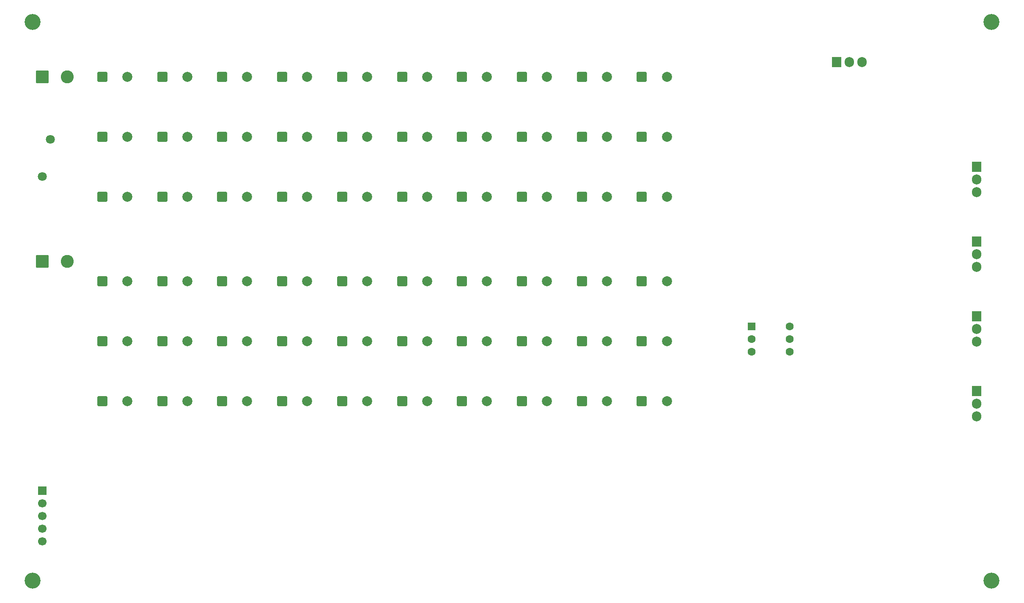
<source format=gbs>
%TF.GenerationSoftware,KiCad,Pcbnew,9.0.7*%
%TF.CreationDate,2026-01-18T22:31:57-08:00*%
%TF.ProjectId,softstart,736f6674-7374-4617-9274-2e6b69636164,B*%
%TF.SameCoordinates,Original*%
%TF.FileFunction,Soldermask,Bot*%
%TF.FilePolarity,Negative*%
%FSLAX46Y46*%
G04 Gerber Fmt 4.6, Leading zero omitted, Abs format (unit mm)*
G04 Created by KiCad (PCBNEW 9.0.7) date 2026-01-18 22:31:57*
%MOMM*%
%LPD*%
G01*
G04 APERTURE LIST*
G04 Aperture macros list*
%AMRoundRect*
0 Rectangle with rounded corners*
0 $1 Rounding radius*
0 $2 $3 $4 $5 $6 $7 $8 $9 X,Y pos of 4 corners*
0 Add a 4 corners polygon primitive as box body*
4,1,4,$2,$3,$4,$5,$6,$7,$8,$9,$2,$3,0*
0 Add four circle primitives for the rounded corners*
1,1,$1+$1,$2,$3*
1,1,$1+$1,$4,$5*
1,1,$1+$1,$6,$7*
1,1,$1+$1,$8,$9*
0 Add four rect primitives between the rounded corners*
20,1,$1+$1,$2,$3,$4,$5,0*
20,1,$1+$1,$4,$5,$6,$7,0*
20,1,$1+$1,$6,$7,$8,$9,0*
20,1,$1+$1,$8,$9,$2,$3,0*%
G04 Aperture macros list end*
%ADD10RoundRect,0.250000X-0.750000X-0.750000X0.750000X-0.750000X0.750000X0.750000X-0.750000X0.750000X0*%
%ADD11C,2.000000*%
%ADD12RoundRect,0.250000X-1.050000X-1.050000X1.050000X-1.050000X1.050000X1.050000X-1.050000X1.050000X0*%
%ADD13C,2.600000*%
%ADD14R,1.700000X1.700000*%
%ADD15C,1.700000*%
%ADD16R,1.905000X2.000000*%
%ADD17O,1.905000X2.000000*%
%ADD18C,1.800000*%
%ADD19RoundRect,0.250000X-0.550000X-0.550000X0.550000X-0.550000X0.550000X0.550000X-0.550000X0.550000X0*%
%ADD20C,1.600000*%
%ADD21C,3.200000*%
G04 APERTURE END LIST*
D10*
%TO.C,C101*%
X66500000Y-60000000D03*
D11*
X71500000Y-60000000D03*
%TD*%
D10*
%TO.C,C102*%
X78500000Y-60000000D03*
D11*
X83500000Y-60000000D03*
%TD*%
D10*
%TO.C,C103*%
X90500000Y-60000000D03*
D11*
X95500000Y-60000000D03*
%TD*%
D10*
%TO.C,C104*%
X102500000Y-60000000D03*
D11*
X107500000Y-60000000D03*
%TD*%
D10*
%TO.C,C105*%
X114500000Y-60000000D03*
D11*
X119500000Y-60000000D03*
%TD*%
D10*
%TO.C,C106*%
X126500000Y-60000000D03*
D11*
X131500000Y-60000000D03*
%TD*%
D10*
%TO.C,C107*%
X138500000Y-60000000D03*
D11*
X143500000Y-60000000D03*
%TD*%
D10*
%TO.C,C108*%
X150500000Y-60000000D03*
D11*
X155500000Y-60000000D03*
%TD*%
D10*
%TO.C,C109*%
X162500000Y-60000000D03*
D11*
X167500000Y-60000000D03*
%TD*%
D10*
%TO.C,C110*%
X174500000Y-60000000D03*
D11*
X179500000Y-60000000D03*
%TD*%
D10*
%TO.C,C111*%
X66500000Y-72000000D03*
D11*
X71500000Y-72000000D03*
%TD*%
D10*
%TO.C,C112*%
X78500000Y-72000000D03*
D11*
X83500000Y-72000000D03*
%TD*%
D10*
%TO.C,C113*%
X90500000Y-72000000D03*
D11*
X95500000Y-72000000D03*
%TD*%
D10*
%TO.C,C114*%
X102500000Y-72000000D03*
D11*
X107500000Y-72000000D03*
%TD*%
D10*
%TO.C,C115*%
X114500000Y-72000000D03*
D11*
X119500000Y-72000000D03*
%TD*%
D10*
%TO.C,C116*%
X126500000Y-72000000D03*
D11*
X131500000Y-72000000D03*
%TD*%
D10*
%TO.C,C117*%
X138500000Y-72000000D03*
D11*
X143500000Y-72000000D03*
%TD*%
D10*
%TO.C,C118*%
X150500000Y-72000000D03*
D11*
X155500000Y-72000000D03*
%TD*%
D10*
%TO.C,C119*%
X162500000Y-72000000D03*
D11*
X167500000Y-72000000D03*
%TD*%
D10*
%TO.C,C120*%
X174500000Y-72000000D03*
D11*
X179500000Y-72000000D03*
%TD*%
D10*
%TO.C,C121*%
X66500000Y-84000000D03*
D11*
X71500000Y-84000000D03*
%TD*%
D10*
%TO.C,C122*%
X78500000Y-84000000D03*
D11*
X83500000Y-84000000D03*
%TD*%
D10*
%TO.C,C123*%
X90500000Y-84000000D03*
D11*
X95500000Y-84000000D03*
%TD*%
D10*
%TO.C,C124*%
X102500000Y-84000000D03*
D11*
X107500000Y-84000000D03*
%TD*%
D10*
%TO.C,C125*%
X114500000Y-84000000D03*
D11*
X119500000Y-84000000D03*
%TD*%
D10*
%TO.C,C126*%
X126500000Y-84000000D03*
D11*
X131500000Y-84000000D03*
%TD*%
D10*
%TO.C,C127*%
X138500000Y-84000000D03*
D11*
X143500000Y-84000000D03*
%TD*%
D10*
%TO.C,C128*%
X150500000Y-84000000D03*
D11*
X155500000Y-84000000D03*
%TD*%
D10*
%TO.C,C129*%
X162500000Y-84000000D03*
D11*
X167500000Y-84000000D03*
%TD*%
D10*
%TO.C,C130*%
X174500000Y-84000000D03*
D11*
X179500000Y-84000000D03*
%TD*%
D10*
%TO.C,C131*%
X66500000Y-101000000D03*
D11*
X71500000Y-101000000D03*
%TD*%
D10*
%TO.C,C132*%
X78500000Y-101000000D03*
D11*
X83500000Y-101000000D03*
%TD*%
D10*
%TO.C,C133*%
X90500000Y-101000000D03*
D11*
X95500000Y-101000000D03*
%TD*%
D10*
%TO.C,C134*%
X102500000Y-101000000D03*
D11*
X107500000Y-101000000D03*
%TD*%
D10*
%TO.C,C135*%
X114500000Y-101000000D03*
D11*
X119500000Y-101000000D03*
%TD*%
D10*
%TO.C,C136*%
X126500000Y-101000000D03*
D11*
X131500000Y-101000000D03*
%TD*%
D10*
%TO.C,C137*%
X138500000Y-101000000D03*
D11*
X143500000Y-101000000D03*
%TD*%
D10*
%TO.C,C138*%
X150500000Y-101000000D03*
D11*
X155500000Y-101000000D03*
%TD*%
D10*
%TO.C,C139*%
X162500000Y-101000000D03*
D11*
X167500000Y-101000000D03*
%TD*%
D10*
%TO.C,C140*%
X174500000Y-101000000D03*
D11*
X179500000Y-101000000D03*
%TD*%
D10*
%TO.C,C141*%
X66500000Y-113000000D03*
D11*
X71500000Y-113000000D03*
%TD*%
D10*
%TO.C,C142*%
X78500000Y-113000000D03*
D11*
X83500000Y-113000000D03*
%TD*%
D10*
%TO.C,C143*%
X90500000Y-113000000D03*
D11*
X95500000Y-113000000D03*
%TD*%
D10*
%TO.C,C144*%
X102500000Y-113000000D03*
D11*
X107500000Y-113000000D03*
%TD*%
D10*
%TO.C,C145*%
X114500000Y-113000000D03*
D11*
X119500000Y-113000000D03*
%TD*%
D10*
%TO.C,C146*%
X126500000Y-113000000D03*
D11*
X131500000Y-113000000D03*
%TD*%
D10*
%TO.C,C147*%
X138500000Y-113000000D03*
D11*
X143500000Y-113000000D03*
%TD*%
D10*
%TO.C,C148*%
X150500000Y-113000000D03*
D11*
X155500000Y-113000000D03*
%TD*%
D10*
%TO.C,C149*%
X162500000Y-113000000D03*
D11*
X167500000Y-113000000D03*
%TD*%
D10*
%TO.C,C150*%
X174500000Y-113000000D03*
D11*
X179500000Y-113000000D03*
%TD*%
D10*
%TO.C,C151*%
X66500000Y-125000000D03*
D11*
X71500000Y-125000000D03*
%TD*%
D10*
%TO.C,C152*%
X78500000Y-125000000D03*
D11*
X83500000Y-125000000D03*
%TD*%
D10*
%TO.C,C153*%
X90500000Y-125000000D03*
D11*
X95500000Y-125000000D03*
%TD*%
D10*
%TO.C,C154*%
X102500000Y-125000000D03*
D11*
X107500000Y-125000000D03*
%TD*%
D10*
%TO.C,C155*%
X114500000Y-125000000D03*
D11*
X119500000Y-125000000D03*
%TD*%
D10*
%TO.C,C156*%
X126500000Y-125000000D03*
D11*
X131500000Y-125000000D03*
%TD*%
D10*
%TO.C,C157*%
X138500000Y-125000000D03*
D11*
X143500000Y-125000000D03*
%TD*%
D10*
%TO.C,C158*%
X150500000Y-125000000D03*
D11*
X155500000Y-125000000D03*
%TD*%
D10*
%TO.C,C159*%
X162500000Y-125000000D03*
D11*
X167500000Y-125000000D03*
%TD*%
D10*
%TO.C,C160*%
X174500000Y-125000000D03*
D11*
X179500000Y-125000000D03*
%TD*%
D12*
%TO.C,J1*%
X54500000Y-60000000D03*
D13*
X59500000Y-60000000D03*
%TD*%
D12*
%TO.C,J2*%
X54500000Y-97000000D03*
D13*
X59500000Y-97000000D03*
%TD*%
D14*
%TO.C,J3*%
X54500000Y-143000000D03*
D15*
X54500000Y-145540000D03*
X54500000Y-148080000D03*
X54500000Y-150620000D03*
X54500000Y-153160000D03*
%TD*%
D16*
%TO.C,Q1*%
X241500000Y-78000000D03*
D17*
X241500000Y-80540000D03*
X241500000Y-83080000D03*
%TD*%
D16*
%TO.C,Q2*%
X241500000Y-93000000D03*
D17*
X241500000Y-95540000D03*
X241500000Y-98080000D03*
%TD*%
D16*
%TO.C,Q3*%
X241500000Y-108000000D03*
D17*
X241500000Y-110540000D03*
X241500000Y-113080000D03*
%TD*%
D16*
%TO.C,Q4*%
X241500000Y-123000000D03*
D17*
X241500000Y-125540000D03*
X241500000Y-128080000D03*
%TD*%
D18*
%TO.C,RV1*%
X54500000Y-80000000D03*
X56133330Y-72500000D03*
%TD*%
D19*
%TO.C,U6*%
X196500000Y-110000000D03*
D20*
X196500000Y-112540000D03*
X196500000Y-115080000D03*
X204120000Y-115080000D03*
X204120000Y-112540000D03*
X204120000Y-110000000D03*
%TD*%
D16*
%TO.C,U7*%
X213500000Y-57000000D03*
D17*
X216040000Y-57000000D03*
X218580000Y-57000000D03*
%TD*%
D21*
%TO.C,H1*%
X52500000Y-49000000D03*
%TD*%
%TO.C,H2*%
X244500000Y-49000000D03*
%TD*%
%TO.C,H3*%
X52500000Y-161000000D03*
%TD*%
%TO.C,H4*%
X244500000Y-161000000D03*
%TD*%
M02*

</source>
